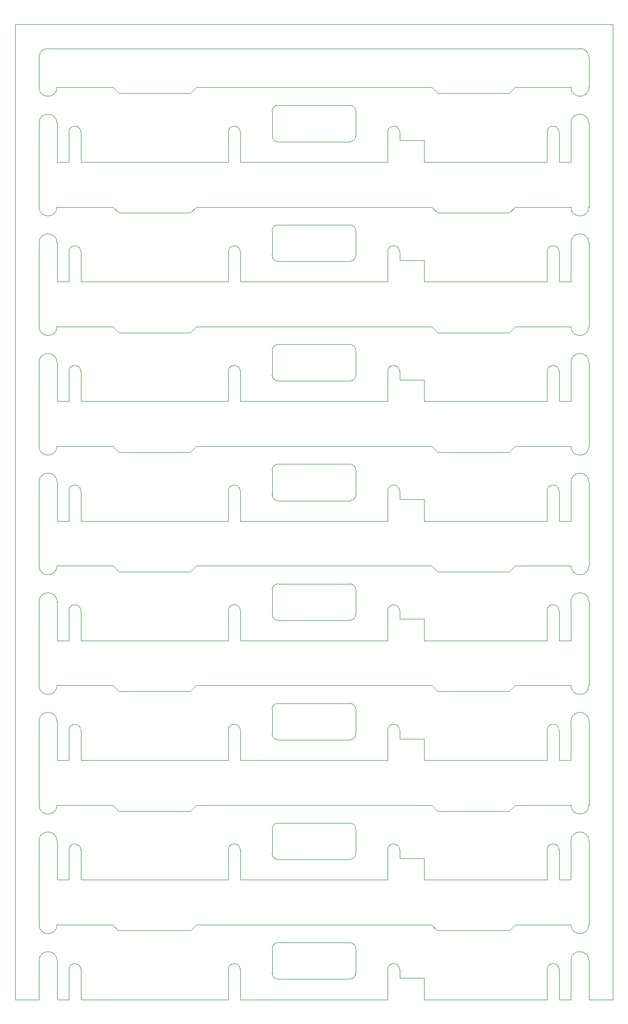
<source format=gbr>
G04 #@! TF.GenerationSoftware,KiCad,Pcbnew,(5.1.2)-2*
G04 #@! TF.CreationDate,2020-04-30T13:57:27+02:00*
G04 #@! TF.ProjectId,INTERFACE,494e5445-5246-4414-9345-2e6b69636164,rev?*
G04 #@! TF.SameCoordinates,Original*
G04 #@! TF.FileFunction,Profile,NP*
%FSLAX46Y46*%
G04 Gerber Fmt 4.6, Leading zero omitted, Abs format (unit mm)*
G04 Created by KiCad (PCBNEW (5.1.2)-2) date 2020-04-30 13:57:27*
%MOMM*%
%LPD*%
G04 APERTURE LIST*
%ADD10C,0.050000*%
G04 APERTURE END LIST*
D10*
X54000000Y44500000D02*
G75*
G02X55500000Y46000000I1500000J0D01*
G01*
X144500000Y46000000D02*
G75*
G02X146000000Y44500000I0J-1500000D01*
G01*
X146000000Y39500000D02*
X146000000Y44500000D01*
X146000000Y39500000D02*
G75*
G02X143000000Y39500000I-1500000J0D01*
G01*
X143000000Y33500000D02*
G75*
G02X146000000Y33500000I1500000J0D01*
G01*
X146000000Y19500000D02*
X146000000Y33500000D01*
X146000000Y19500000D02*
G75*
G02X143000000Y19500000I-1500000J0D01*
G01*
X143000000Y13500000D02*
G75*
G02X146000000Y13500000I1500000J0D01*
G01*
X146000000Y-500000D02*
X146000000Y13500000D01*
X146000000Y-500000D02*
G75*
G02X143000000Y-500000I-1500000J0D01*
G01*
X143000000Y-6500000D02*
G75*
G02X146000000Y-6500000I1500000J0D01*
G01*
X146000000Y-20500000D02*
X146000000Y-6500000D01*
X146000000Y-20500000D02*
G75*
G02X143000000Y-20500000I-1500000J0D01*
G01*
X143000000Y-26500000D02*
G75*
G02X146000000Y-26500000I1500000J0D01*
G01*
X146000000Y-40500000D02*
X146000000Y-26500000D01*
X146000000Y-40500000D02*
G75*
G02X143000000Y-40500000I-1500000J0D01*
G01*
X143000000Y-46500000D02*
G75*
G02X146000000Y-46500000I1500000J0D01*
G01*
X146000000Y-60500000D02*
X146000000Y-46500000D01*
X146000000Y-60500000D02*
G75*
G02X143000000Y-60500000I-1500000J0D01*
G01*
X143000000Y-66500000D02*
G75*
G02X146000000Y-66500000I1500000J0D01*
G01*
X146000000Y-80500000D02*
X146000000Y-66500000D01*
X146000000Y-80500000D02*
G75*
G02X143000000Y-80500000I-1500000J0D01*
G01*
X143000000Y-86500000D02*
G75*
G02X146000000Y-86500000I1500000J0D01*
G01*
X146000000Y-100500000D02*
X146000000Y-86500000D01*
X146000000Y-100500000D02*
G75*
G02X143000000Y-100500000I-1500000J0D01*
G01*
X55500000Y46000000D02*
X144500000Y46000000D01*
X54000000Y39500000D02*
X54000000Y44500000D01*
X57000000Y39500000D02*
G75*
G02X54000000Y39500000I-1500000J0D01*
G01*
X54000000Y33500000D02*
G75*
G02X57000000Y33500000I1500000J0D01*
G01*
X54000000Y19500000D02*
X54000000Y33500000D01*
X57000000Y19500000D02*
G75*
G02X54000000Y19500000I-1500000J0D01*
G01*
X54000000Y13500000D02*
G75*
G02X57000000Y13500000I1500000J0D01*
G01*
X54000000Y-500000D02*
X54000000Y13500000D01*
X57000000Y-500000D02*
G75*
G02X54000000Y-500000I-1500000J0D01*
G01*
X54000000Y-6500000D02*
G75*
G02X57000000Y-6500000I1500000J0D01*
G01*
X54000000Y-20500000D02*
X54000000Y-6500000D01*
X57000000Y-20500000D02*
G75*
G02X54000000Y-20500000I-1500000J0D01*
G01*
X54000000Y-26500000D02*
G75*
G02X57000000Y-26500000I1500000J0D01*
G01*
X54000000Y-40500000D02*
X54000000Y-26500000D01*
X57000000Y-40500000D02*
G75*
G02X54000000Y-40500000I-1500000J0D01*
G01*
X54000000Y-46500000D02*
G75*
G02X57000000Y-46500000I1500000J0D01*
G01*
X54000000Y-60500000D02*
X54000000Y-46500000D01*
X57000000Y-60500000D02*
G75*
G02X54000000Y-60500000I-1500000J0D01*
G01*
X54000000Y-66500000D02*
G75*
G02X57000000Y-66500000I1500000J0D01*
G01*
X54000000Y-80500000D02*
X54000000Y-66500000D01*
X57000000Y-80500000D02*
G75*
G02X54000000Y-80500000I-1500000J0D01*
G01*
X54000000Y-86500000D02*
G75*
G02X57000000Y-86500000I1500000J0D01*
G01*
X54000000Y-100500000D02*
X54000000Y-86500000D01*
X57000000Y-100500000D02*
G75*
G02X54000000Y-100500000I-1500000J0D01*
G01*
X143000000Y-106500000D02*
G75*
G02X146000000Y-106500000I1500000J0D01*
G01*
X54000000Y-106500000D02*
G75*
G02X57000000Y-106500000I1500000J0D01*
G01*
X54000000Y-113000000D02*
X54000000Y-106500000D01*
X146000000Y-113000000D02*
X146000000Y-106500000D01*
X150000000Y-113000000D02*
X146000000Y-113000000D01*
X150000000Y50000000D02*
X150000000Y-113000000D01*
X50000000Y50000000D02*
X150000000Y50000000D01*
X50000000Y-113000000D02*
X50000000Y50000000D01*
X54000000Y-113000000D02*
X50000000Y-113000000D01*
X139005000Y32000000D02*
X139005000Y27000000D01*
X141005000Y32000000D02*
X141005000Y27000000D01*
X58995000Y32000000D02*
G75*
G02X60995000Y32000000I1000000J0D01*
G01*
X58995000Y32000000D02*
X58995000Y27000000D01*
X60995000Y32000000D02*
X60995000Y27000000D01*
X57000000Y27000000D02*
X58995000Y27000000D01*
X60995000Y27000000D02*
X85665000Y27000000D01*
X141005000Y27000000D02*
X143000000Y27000000D01*
X139005000Y27000000D02*
X118415000Y27000000D01*
X94000000Y36500000D02*
X106000000Y36500000D01*
X93000000Y35500000D02*
X93000000Y31400000D01*
X107000000Y35500000D02*
X107000000Y31400000D01*
X106000000Y30400000D02*
X94000000Y30400000D01*
X106000000Y36500000D02*
G75*
G02X107000000Y35500000I0J-1000000D01*
G01*
X87665000Y32000000D02*
G75*
G03X85665000Y32000000I-1000000J0D01*
G01*
X87665000Y32000000D02*
X87665000Y27000000D01*
X85665000Y32000000D02*
X85665000Y27000000D01*
X87665000Y27000000D02*
X112335000Y27000000D01*
X139005000Y32000000D02*
G75*
G02X141005000Y32000000I1000000J0D01*
G01*
X143000000Y39500000D02*
X133670000Y39500000D01*
X100000000Y39500000D02*
X119670000Y39500000D01*
X112335000Y32000000D02*
G75*
G02X114335000Y32000000I1000000J0D01*
G01*
X112335000Y32000000D02*
X112335000Y27000000D01*
X114335000Y32000000D02*
X114335000Y30605000D01*
X66330000Y39500000D02*
X67330000Y38500000D01*
X79330000Y38500000D02*
X80330000Y39500000D01*
X132670000Y38500000D02*
X120670000Y38500000D01*
X133670000Y39500000D02*
X132670000Y38500000D01*
X120670000Y38500000D02*
X119670000Y39500000D01*
X57000000Y33500000D02*
X57000000Y27000000D01*
X143000000Y27000000D02*
X143000000Y33500000D01*
X67330000Y38500000D02*
X79330000Y38500000D01*
X57000000Y39500000D02*
X66330000Y39500000D01*
X100000000Y39500000D02*
X80330000Y39500000D01*
X94000000Y30400000D02*
G75*
G02X93000000Y31400000I0J1000000D01*
G01*
X107000000Y31400000D02*
G75*
G02X106000000Y30400000I-1000000J0D01*
G01*
X93000000Y35500000D02*
G75*
G02X94000000Y36500000I1000000J0D01*
G01*
X118415000Y30605000D02*
X118415000Y27000000D01*
X114335000Y30605000D02*
X118415000Y30605000D01*
X139005000Y12000000D02*
X139005000Y7000000D01*
X141005000Y12000000D02*
X141005000Y7000000D01*
X58995000Y12000000D02*
G75*
G02X60995000Y12000000I1000000J0D01*
G01*
X58995000Y12000000D02*
X58995000Y7000000D01*
X60995000Y12000000D02*
X60995000Y7000000D01*
X57000000Y7000000D02*
X58995000Y7000000D01*
X60995000Y7000000D02*
X85665000Y7000000D01*
X141005000Y7000000D02*
X143000000Y7000000D01*
X139005000Y7000000D02*
X118415000Y7000000D01*
X94000000Y16500000D02*
X106000000Y16500000D01*
X93000000Y15500000D02*
X93000000Y11400000D01*
X107000000Y15500000D02*
X107000000Y11400000D01*
X106000000Y10400000D02*
X94000000Y10400000D01*
X106000000Y16500000D02*
G75*
G02X107000000Y15500000I0J-1000000D01*
G01*
X87665000Y12000000D02*
G75*
G03X85665000Y12000000I-1000000J0D01*
G01*
X87665000Y12000000D02*
X87665000Y7000000D01*
X85665000Y12000000D02*
X85665000Y7000000D01*
X87665000Y7000000D02*
X112335000Y7000000D01*
X139005000Y12000000D02*
G75*
G02X141005000Y12000000I1000000J0D01*
G01*
X143000000Y19500000D02*
X133670000Y19500000D01*
X100000000Y19500000D02*
X119670000Y19500000D01*
X112335000Y12000000D02*
G75*
G02X114335000Y12000000I1000000J0D01*
G01*
X112335000Y12000000D02*
X112335000Y7000000D01*
X114335000Y12000000D02*
X114335000Y10605000D01*
X66330000Y19500000D02*
X67330000Y18500000D01*
X79330000Y18500000D02*
X80330000Y19500000D01*
X132670000Y18500000D02*
X120670000Y18500000D01*
X133670000Y19500000D02*
X132670000Y18500000D01*
X120670000Y18500000D02*
X119670000Y19500000D01*
X57000000Y13500000D02*
X57000000Y7000000D01*
X143000000Y7000000D02*
X143000000Y13500000D01*
X67330000Y18500000D02*
X79330000Y18500000D01*
X57000000Y19500000D02*
X66330000Y19500000D01*
X100000000Y19500000D02*
X80330000Y19500000D01*
X94000000Y10400000D02*
G75*
G02X93000000Y11400000I0J1000000D01*
G01*
X107000000Y11400000D02*
G75*
G02X106000000Y10400000I-1000000J0D01*
G01*
X93000000Y15500000D02*
G75*
G02X94000000Y16500000I1000000J0D01*
G01*
X118415000Y10605000D02*
X118415000Y7000000D01*
X114335000Y10605000D02*
X118415000Y10605000D01*
X139005000Y-8000000D02*
X139005000Y-13000000D01*
X141005000Y-8000000D02*
X141005000Y-13000000D01*
X58995000Y-8000000D02*
G75*
G02X60995000Y-8000000I1000000J0D01*
G01*
X58995000Y-8000000D02*
X58995000Y-13000000D01*
X60995000Y-8000000D02*
X60995000Y-13000000D01*
X57000000Y-13000000D02*
X58995000Y-13000000D01*
X60995000Y-13000000D02*
X85665000Y-13000000D01*
X141005000Y-13000000D02*
X143000000Y-13000000D01*
X139005000Y-13000000D02*
X118415000Y-13000000D01*
X94000000Y-3500000D02*
X106000000Y-3500000D01*
X93000000Y-4500000D02*
X93000000Y-8600000D01*
X107000000Y-4500000D02*
X107000000Y-8600000D01*
X106000000Y-9600000D02*
X94000000Y-9600000D01*
X106000000Y-3500000D02*
G75*
G02X107000000Y-4500000I0J-1000000D01*
G01*
X87665000Y-8000000D02*
G75*
G03X85665000Y-8000000I-1000000J0D01*
G01*
X87665000Y-8000000D02*
X87665000Y-13000000D01*
X85665000Y-8000000D02*
X85665000Y-13000000D01*
X87665000Y-13000000D02*
X112335000Y-13000000D01*
X139005000Y-8000000D02*
G75*
G02X141005000Y-8000000I1000000J0D01*
G01*
X143000000Y-500000D02*
X133670000Y-500000D01*
X100000000Y-500000D02*
X119670000Y-500000D01*
X112335000Y-8000000D02*
G75*
G02X114335000Y-8000000I1000000J0D01*
G01*
X112335000Y-8000000D02*
X112335000Y-13000000D01*
X114335000Y-8000000D02*
X114335000Y-9395000D01*
X66330000Y-500000D02*
X67330000Y-1500000D01*
X79330000Y-1500000D02*
X80330000Y-500000D01*
X132670000Y-1500000D02*
X120670000Y-1500000D01*
X133670000Y-500000D02*
X132670000Y-1500000D01*
X120670000Y-1500000D02*
X119670000Y-500000D01*
X57000000Y-6500000D02*
X57000000Y-13000000D01*
X143000000Y-13000000D02*
X143000000Y-6500000D01*
X67330000Y-1500000D02*
X79330000Y-1500000D01*
X57000000Y-500000D02*
X66330000Y-500000D01*
X100000000Y-500000D02*
X80330000Y-500000D01*
X94000000Y-9600000D02*
G75*
G02X93000000Y-8600000I0J1000000D01*
G01*
X107000000Y-8600000D02*
G75*
G02X106000000Y-9600000I-1000000J0D01*
G01*
X93000000Y-4500000D02*
G75*
G02X94000000Y-3500000I1000000J0D01*
G01*
X118415000Y-9395000D02*
X118415000Y-13000000D01*
X114335000Y-9395000D02*
X118415000Y-9395000D01*
X139005000Y-28000000D02*
X139005000Y-33000000D01*
X141005000Y-28000000D02*
X141005000Y-33000000D01*
X58995000Y-28000000D02*
G75*
G02X60995000Y-28000000I1000000J0D01*
G01*
X58995000Y-28000000D02*
X58995000Y-33000000D01*
X60995000Y-28000000D02*
X60995000Y-33000000D01*
X57000000Y-33000000D02*
X58995000Y-33000000D01*
X60995000Y-33000000D02*
X85665000Y-33000000D01*
X141005000Y-33000000D02*
X143000000Y-33000000D01*
X139005000Y-33000000D02*
X118415000Y-33000000D01*
X94000000Y-23500000D02*
X106000000Y-23500000D01*
X93000000Y-24500000D02*
X93000000Y-28600000D01*
X107000000Y-24500000D02*
X107000000Y-28600000D01*
X106000000Y-29600000D02*
X94000000Y-29600000D01*
X106000000Y-23500000D02*
G75*
G02X107000000Y-24500000I0J-1000000D01*
G01*
X87665000Y-28000000D02*
G75*
G03X85665000Y-28000000I-1000000J0D01*
G01*
X87665000Y-28000000D02*
X87665000Y-33000000D01*
X85665000Y-28000000D02*
X85665000Y-33000000D01*
X87665000Y-33000000D02*
X112335000Y-33000000D01*
X139005000Y-28000000D02*
G75*
G02X141005000Y-28000000I1000000J0D01*
G01*
X143000000Y-20500000D02*
X133670000Y-20500000D01*
X100000000Y-20500000D02*
X119670000Y-20500000D01*
X112335000Y-28000000D02*
G75*
G02X114335000Y-28000000I1000000J0D01*
G01*
X112335000Y-28000000D02*
X112335000Y-33000000D01*
X114335000Y-28000000D02*
X114335000Y-29395000D01*
X66330000Y-20500000D02*
X67330000Y-21500000D01*
X79330000Y-21500000D02*
X80330000Y-20500000D01*
X132670000Y-21500000D02*
X120670000Y-21500000D01*
X133670000Y-20500000D02*
X132670000Y-21500000D01*
X120670000Y-21500000D02*
X119670000Y-20500000D01*
X57000000Y-26500000D02*
X57000000Y-33000000D01*
X143000000Y-33000000D02*
X143000000Y-26500000D01*
X67330000Y-21500000D02*
X79330000Y-21500000D01*
X57000000Y-20500000D02*
X66330000Y-20500000D01*
X100000000Y-20500000D02*
X80330000Y-20500000D01*
X94000000Y-29600000D02*
G75*
G02X93000000Y-28600000I0J1000000D01*
G01*
X107000000Y-28600000D02*
G75*
G02X106000000Y-29600000I-1000000J0D01*
G01*
X93000000Y-24500000D02*
G75*
G02X94000000Y-23500000I1000000J0D01*
G01*
X118415000Y-29395000D02*
X118415000Y-33000000D01*
X114335000Y-29395000D02*
X118415000Y-29395000D01*
X139005000Y-48000000D02*
X139005000Y-53000000D01*
X141005000Y-48000000D02*
X141005000Y-53000000D01*
X58995000Y-48000000D02*
G75*
G02X60995000Y-48000000I1000000J0D01*
G01*
X58995000Y-48000000D02*
X58995000Y-53000000D01*
X60995000Y-48000000D02*
X60995000Y-53000000D01*
X57000000Y-53000000D02*
X58995000Y-53000000D01*
X60995000Y-53000000D02*
X85665000Y-53000000D01*
X141005000Y-53000000D02*
X143000000Y-53000000D01*
X139005000Y-53000000D02*
X118415000Y-53000000D01*
X94000000Y-43500000D02*
X106000000Y-43500000D01*
X93000000Y-44500000D02*
X93000000Y-48600000D01*
X107000000Y-44500000D02*
X107000000Y-48600000D01*
X106000000Y-49600000D02*
X94000000Y-49600000D01*
X106000000Y-43500000D02*
G75*
G02X107000000Y-44500000I0J-1000000D01*
G01*
X87665000Y-48000000D02*
G75*
G03X85665000Y-48000000I-1000000J0D01*
G01*
X87665000Y-48000000D02*
X87665000Y-53000000D01*
X85665000Y-48000000D02*
X85665000Y-53000000D01*
X87665000Y-53000000D02*
X112335000Y-53000000D01*
X139005000Y-48000000D02*
G75*
G02X141005000Y-48000000I1000000J0D01*
G01*
X143000000Y-40500000D02*
X133670000Y-40500000D01*
X100000000Y-40500000D02*
X119670000Y-40500000D01*
X112335000Y-48000000D02*
G75*
G02X114335000Y-48000000I1000000J0D01*
G01*
X112335000Y-48000000D02*
X112335000Y-53000000D01*
X114335000Y-48000000D02*
X114335000Y-49395000D01*
X66330000Y-40500000D02*
X67330000Y-41500000D01*
X79330000Y-41500000D02*
X80330000Y-40500000D01*
X132670000Y-41500000D02*
X120670000Y-41500000D01*
X133670000Y-40500000D02*
X132670000Y-41500000D01*
X120670000Y-41500000D02*
X119670000Y-40500000D01*
X57000000Y-46500000D02*
X57000000Y-53000000D01*
X143000000Y-53000000D02*
X143000000Y-46500000D01*
X67330000Y-41500000D02*
X79330000Y-41500000D01*
X57000000Y-40500000D02*
X66330000Y-40500000D01*
X100000000Y-40500000D02*
X80330000Y-40500000D01*
X94000000Y-49600000D02*
G75*
G02X93000000Y-48600000I0J1000000D01*
G01*
X107000000Y-48600000D02*
G75*
G02X106000000Y-49600000I-1000000J0D01*
G01*
X93000000Y-44500000D02*
G75*
G02X94000000Y-43500000I1000000J0D01*
G01*
X118415000Y-49395000D02*
X118415000Y-53000000D01*
X114335000Y-49395000D02*
X118415000Y-49395000D01*
X139005000Y-68000000D02*
X139005000Y-73000000D01*
X141005000Y-68000000D02*
X141005000Y-73000000D01*
X58995000Y-68000000D02*
G75*
G02X60995000Y-68000000I1000000J0D01*
G01*
X58995000Y-68000000D02*
X58995000Y-73000000D01*
X60995000Y-68000000D02*
X60995000Y-73000000D01*
X57000000Y-73000000D02*
X58995000Y-73000000D01*
X60995000Y-73000000D02*
X85665000Y-73000000D01*
X141005000Y-73000000D02*
X143000000Y-73000000D01*
X139005000Y-73000000D02*
X118415000Y-73000000D01*
X94000000Y-63500000D02*
X106000000Y-63500000D01*
X93000000Y-64500000D02*
X93000000Y-68600000D01*
X107000000Y-64500000D02*
X107000000Y-68600000D01*
X106000000Y-69600000D02*
X94000000Y-69600000D01*
X106000000Y-63500000D02*
G75*
G02X107000000Y-64500000I0J-1000000D01*
G01*
X87665000Y-68000000D02*
G75*
G03X85665000Y-68000000I-1000000J0D01*
G01*
X87665000Y-68000000D02*
X87665000Y-73000000D01*
X85665000Y-68000000D02*
X85665000Y-73000000D01*
X87665000Y-73000000D02*
X112335000Y-73000000D01*
X139005000Y-68000000D02*
G75*
G02X141005000Y-68000000I1000000J0D01*
G01*
X143000000Y-60500000D02*
X133670000Y-60500000D01*
X100000000Y-60500000D02*
X119670000Y-60500000D01*
X112335000Y-68000000D02*
G75*
G02X114335000Y-68000000I1000000J0D01*
G01*
X112335000Y-68000000D02*
X112335000Y-73000000D01*
X114335000Y-68000000D02*
X114335000Y-69395000D01*
X66330000Y-60500000D02*
X67330000Y-61500000D01*
X79330000Y-61500000D02*
X80330000Y-60500000D01*
X132670000Y-61500000D02*
X120670000Y-61500000D01*
X133670000Y-60500000D02*
X132670000Y-61500000D01*
X120670000Y-61500000D02*
X119670000Y-60500000D01*
X57000000Y-66500000D02*
X57000000Y-73000000D01*
X143000000Y-73000000D02*
X143000000Y-66500000D01*
X67330000Y-61500000D02*
X79330000Y-61500000D01*
X57000000Y-60500000D02*
X66330000Y-60500000D01*
X100000000Y-60500000D02*
X80330000Y-60500000D01*
X94000000Y-69600000D02*
G75*
G02X93000000Y-68600000I0J1000000D01*
G01*
X107000000Y-68600000D02*
G75*
G02X106000000Y-69600000I-1000000J0D01*
G01*
X93000000Y-64500000D02*
G75*
G02X94000000Y-63500000I1000000J0D01*
G01*
X118415000Y-69395000D02*
X118415000Y-73000000D01*
X114335000Y-69395000D02*
X118415000Y-69395000D01*
X139005000Y-88000000D02*
X139005000Y-93000000D01*
X141005000Y-88000000D02*
X141005000Y-93000000D01*
X58995000Y-88000000D02*
G75*
G02X60995000Y-88000000I1000000J0D01*
G01*
X58995000Y-88000000D02*
X58995000Y-93000000D01*
X60995000Y-88000000D02*
X60995000Y-93000000D01*
X57000000Y-93000000D02*
X58995000Y-93000000D01*
X60995000Y-93000000D02*
X85665000Y-93000000D01*
X141005000Y-93000000D02*
X143000000Y-93000000D01*
X139005000Y-93000000D02*
X118415000Y-93000000D01*
X94000000Y-83500000D02*
X106000000Y-83500000D01*
X93000000Y-84500000D02*
X93000000Y-88600000D01*
X107000000Y-84500000D02*
X107000000Y-88600000D01*
X106000000Y-89600000D02*
X94000000Y-89600000D01*
X106000000Y-83500000D02*
G75*
G02X107000000Y-84500000I0J-1000000D01*
G01*
X87665000Y-88000000D02*
G75*
G03X85665000Y-88000000I-1000000J0D01*
G01*
X87665000Y-88000000D02*
X87665000Y-93000000D01*
X85665000Y-88000000D02*
X85665000Y-93000000D01*
X87665000Y-93000000D02*
X112335000Y-93000000D01*
X139005000Y-88000000D02*
G75*
G02X141005000Y-88000000I1000000J0D01*
G01*
X143000000Y-80500000D02*
X133670000Y-80500000D01*
X100000000Y-80500000D02*
X119670000Y-80500000D01*
X112335000Y-88000000D02*
G75*
G02X114335000Y-88000000I1000000J0D01*
G01*
X112335000Y-88000000D02*
X112335000Y-93000000D01*
X114335000Y-88000000D02*
X114335000Y-89395000D01*
X66330000Y-80500000D02*
X67330000Y-81500000D01*
X79330000Y-81500000D02*
X80330000Y-80500000D01*
X132670000Y-81500000D02*
X120670000Y-81500000D01*
X133670000Y-80500000D02*
X132670000Y-81500000D01*
X120670000Y-81500000D02*
X119670000Y-80500000D01*
X57000000Y-86500000D02*
X57000000Y-93000000D01*
X143000000Y-93000000D02*
X143000000Y-86500000D01*
X67330000Y-81500000D02*
X79330000Y-81500000D01*
X57000000Y-80500000D02*
X66330000Y-80500000D01*
X100000000Y-80500000D02*
X80330000Y-80500000D01*
X94000000Y-89600000D02*
G75*
G02X93000000Y-88600000I0J1000000D01*
G01*
X107000000Y-88600000D02*
G75*
G02X106000000Y-89600000I-1000000J0D01*
G01*
X93000000Y-84500000D02*
G75*
G02X94000000Y-83500000I1000000J0D01*
G01*
X118415000Y-89395000D02*
X118415000Y-93000000D01*
X114335000Y-89395000D02*
X118415000Y-89395000D01*
X114335000Y-109395000D02*
X118415000Y-109395000D01*
X118415000Y-109395000D02*
X118415000Y-113000000D01*
X93000000Y-104500000D02*
G75*
G02X94000000Y-103500000I1000000J0D01*
G01*
X107000000Y-108600000D02*
G75*
G02X106000000Y-109600000I-1000000J0D01*
G01*
X94000000Y-109600000D02*
G75*
G02X93000000Y-108600000I0J1000000D01*
G01*
X106000000Y-103500000D02*
G75*
G02X107000000Y-104500000I0J-1000000D01*
G01*
X106000000Y-109600000D02*
X94000000Y-109600000D01*
X107000000Y-104500000D02*
X107000000Y-108600000D01*
X93000000Y-104500000D02*
X93000000Y-108600000D01*
X94000000Y-103500000D02*
X106000000Y-103500000D01*
X139005000Y-113000000D02*
X118415000Y-113000000D01*
X141005000Y-113000000D02*
X143000000Y-113000000D01*
X60995000Y-113000000D02*
X85665000Y-113000000D01*
X57000000Y-113000000D02*
X58995000Y-113000000D01*
X60995000Y-108000000D02*
X60995000Y-113000000D01*
X58995000Y-108000000D02*
X58995000Y-113000000D01*
X58995000Y-108000000D02*
G75*
G02X60995000Y-108000000I1000000J0D01*
G01*
X141005000Y-108000000D02*
X141005000Y-113000000D01*
X139005000Y-108000000D02*
X139005000Y-113000000D01*
X139005000Y-108000000D02*
G75*
G02X141005000Y-108000000I1000000J0D01*
G01*
X87665000Y-113000000D02*
X112335000Y-113000000D01*
X85665000Y-108000000D02*
X85665000Y-113000000D01*
X87665000Y-108000000D02*
X87665000Y-113000000D01*
X87665000Y-108000000D02*
G75*
G03X85665000Y-108000000I-1000000J0D01*
G01*
X114335000Y-108000000D02*
X114335000Y-109395000D01*
X112335000Y-108000000D02*
X112335000Y-113000000D01*
X112335000Y-108000000D02*
G75*
G02X114335000Y-108000000I1000000J0D01*
G01*
X100000000Y-100500000D02*
X119670000Y-100500000D01*
X143000000Y-100500000D02*
X133670000Y-100500000D01*
X120574000Y-101397000D02*
X119670000Y-100500000D01*
X133670000Y-100500000D02*
X132766000Y-101397000D01*
X132766000Y-101397000D02*
X120574000Y-101397000D01*
X79426000Y-101397000D02*
X80330000Y-100500000D01*
X66330000Y-100500000D02*
X67234000Y-101397000D01*
X100000000Y-100500000D02*
X80330000Y-100500000D01*
X57000000Y-100500000D02*
X66330000Y-100500000D01*
X67234000Y-101397000D02*
X79426000Y-101397000D01*
X143000000Y-113000000D02*
X143000000Y-106500000D01*
X57000000Y-106500000D02*
X57000000Y-113000000D01*
M02*

</source>
